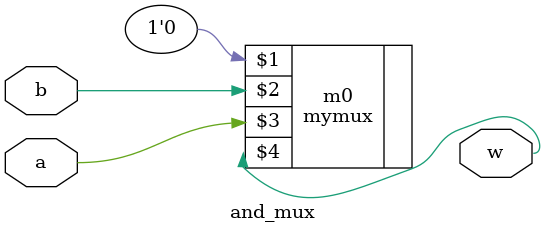
<source format=v>
`timescale 1ns/1ns

module and_mux(input a, b, output w);
	mymux m0(1'b0, b, a, w);
endmodule

</source>
